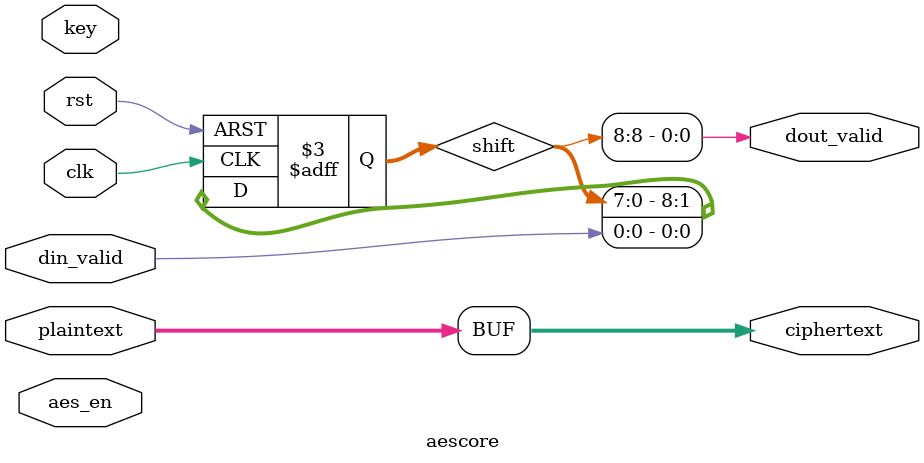
<source format=v>
module aescore(input clk,
                input rst,
                input aes_en,
                input [127:0] key,
               input [127:0] plaintext,
               input din_valid,
               output [127:0] ciphertext,
               output dout_valid);

(* DONT_TOUCH = "true" *) reg [8:0] shift;

//rounds AES_rounds(clk, rst, aes_en, plaintext, key, ciphertext);
assign ciphertext = plaintext;

assign dout_valid = shift[8];

always @(posedge clk, posedge rst) begin
	if (rst) begin
		shift <= 9'b000000000;
	end
	else begin
		shift <= shift << 1;
		shift[0] <= din_valid;
	end
end

endmodule

</source>
